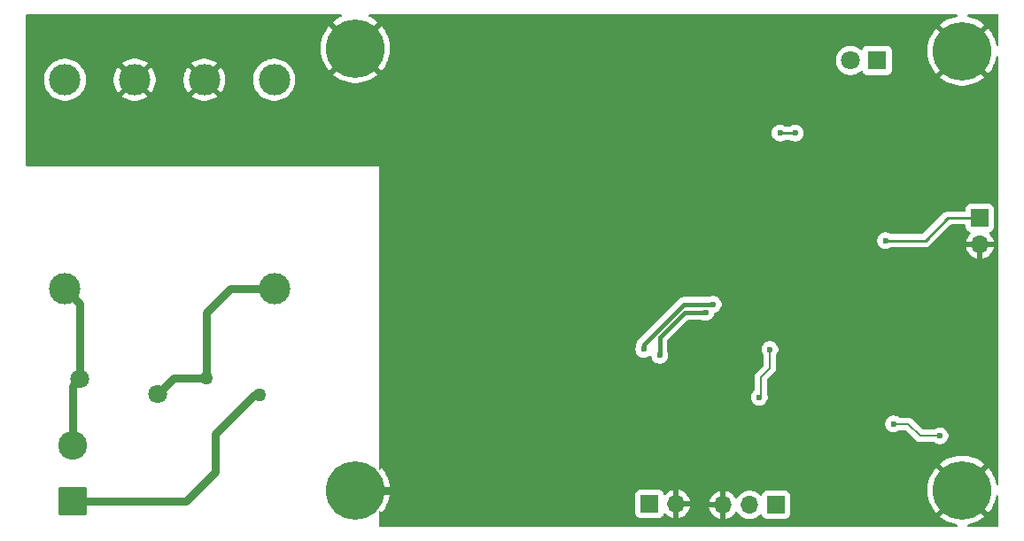
<source format=gbr>
%TF.GenerationSoftware,KiCad,Pcbnew,9.0.0*%
%TF.CreationDate,2025-04-27T17:39:42+02:00*%
%TF.ProjectId,RIAA_preamp,52494141-5f70-4726-9561-6d702e6b6963,rev?*%
%TF.SameCoordinates,Original*%
%TF.FileFunction,Copper,L2,Bot*%
%TF.FilePolarity,Positive*%
%FSLAX46Y46*%
G04 Gerber Fmt 4.6, Leading zero omitted, Abs format (unit mm)*
G04 Created by KiCad (PCBNEW 9.0.0) date 2025-04-27 17:39:42*
%MOMM*%
%LPD*%
G01*
G04 APERTURE LIST*
G04 Aperture macros list*
%AMRoundRect*
0 Rectangle with rounded corners*
0 $1 Rounding radius*
0 $2 $3 $4 $5 $6 $7 $8 $9 X,Y pos of 4 corners*
0 Add a 4 corners polygon primitive as box body*
4,1,4,$2,$3,$4,$5,$6,$7,$8,$9,$2,$3,0*
0 Add four circle primitives for the rounded corners*
1,1,$1+$1,$2,$3*
1,1,$1+$1,$4,$5*
1,1,$1+$1,$6,$7*
1,1,$1+$1,$8,$9*
0 Add four rect primitives between the rounded corners*
20,1,$1+$1,$2,$3,$4,$5,0*
20,1,$1+$1,$4,$5,$6,$7,0*
20,1,$1+$1,$6,$7,$8,$9,0*
20,1,$1+$1,$8,$9,$2,$3,0*%
G04 Aperture macros list end*
%TA.AperFunction,ComponentPad*%
%ADD10C,5.600000*%
%TD*%
%TA.AperFunction,ComponentPad*%
%ADD11C,1.800000*%
%TD*%
%TA.AperFunction,ComponentPad*%
%ADD12R,1.800000X1.800000*%
%TD*%
%TA.AperFunction,ComponentPad*%
%ADD13RoundRect,0.250000X1.125000X-1.125000X1.125000X1.125000X-1.125000X1.125000X-1.125000X-1.125000X0*%
%TD*%
%TA.AperFunction,ComponentPad*%
%ADD14C,2.750000*%
%TD*%
%TA.AperFunction,ComponentPad*%
%ADD15R,1.700000X1.700000*%
%TD*%
%TA.AperFunction,ComponentPad*%
%ADD16O,1.700000X1.700000*%
%TD*%
%TA.AperFunction,ComponentPad*%
%ADD17C,3.000000*%
%TD*%
%TA.AperFunction,ComponentPad*%
%ADD18C,1.270000*%
%TD*%
%TA.AperFunction,ViaPad*%
%ADD19C,0.600000*%
%TD*%
%TA.AperFunction,Conductor*%
%ADD20C,0.800000*%
%TD*%
%TA.AperFunction,Conductor*%
%ADD21C,0.200000*%
%TD*%
%TA.AperFunction,Conductor*%
%ADD22C,0.400000*%
%TD*%
%TA.AperFunction,Conductor*%
%ADD23C,0.250000*%
%TD*%
G04 APERTURE END LIST*
D10*
%TO.P,H2,1,1*%
%TO.N,GND*%
X106500000Y-81700000D03*
%TD*%
D11*
%TO.P,RV1,1*%
%TO.N,Net-(F1-Pad2)*%
X87648000Y-72494000D03*
%TO.P,RV1,2*%
%TO.N,NEUT*%
X80148000Y-71094000D03*
%TD*%
D12*
%TO.P,D5,1,K*%
%TO.N,-15V*%
X156375000Y-40600000D03*
D11*
%TO.P,D5,2,A*%
%TO.N,Net-(D5-A)*%
X153835000Y-40600000D03*
%TD*%
D10*
%TO.P,H1,1,1*%
%TO.N,GND*%
X106500000Y-39450000D03*
%TD*%
%TO.P,H4,1,1*%
%TO.N,GND*%
X164500000Y-81700000D03*
%TD*%
%TO.P,H3,1,1*%
%TO.N,GND*%
X164500000Y-39700000D03*
%TD*%
D13*
%TO.P,J4,1,Pin_1*%
%TO.N,LINE*%
X79509000Y-82782000D03*
D14*
%TO.P,J4,2,Pin_2*%
%TO.N,NEUT*%
X79509000Y-77382000D03*
%TD*%
D15*
%TO.P,J2,1,Pin_1*%
%TO.N,/Right/IN*%
X134625000Y-83000000D03*
D16*
%TO.P,J2,2,Pin_2*%
%TO.N,GND*%
X137165000Y-83000000D03*
%TD*%
D17*
%TO.P,T1,1*%
%TO.N,NEUT*%
X78750000Y-62450000D03*
%TO.P,T1,5*%
%TO.N,Net-(F1-Pad2)*%
X98750000Y-62450000D03*
%TO.P,T1,6*%
%TO.N,Net-(D1-Pad2)*%
X98750000Y-42450000D03*
%TO.P,T1,7*%
%TO.N,GND*%
X92083333Y-42450000D03*
%TO.P,T1,9*%
X85416667Y-42450000D03*
%TO.P,T1,10*%
%TO.N,Net-(C25-Pad2)*%
X78750000Y-42450000D03*
%TD*%
D18*
%TO.P,F1,1*%
%TO.N,LINE*%
X97370000Y-72594000D03*
%TO.P,F1,2*%
%TO.N,Net-(F1-Pad2)*%
X92270000Y-70994000D03*
%TD*%
D15*
%TO.P,J1,1,Pin_1*%
%TO.N,/Left/IN*%
X166200000Y-55660000D03*
D16*
%TO.P,J1,2,Pin_2*%
%TO.N,GND*%
X166200000Y-58200000D03*
%TD*%
D15*
%TO.P,J3,1,Pin_1*%
%TO.N,/OUTL*%
X146725000Y-83100000D03*
D16*
%TO.P,J3,2,Pin_2*%
%TO.N,/OUTR*%
X144185000Y-83100000D03*
%TO.P,J3,3,Pin_3*%
%TO.N,GND*%
X141645000Y-83100000D03*
%TD*%
D19*
%TO.N,GND*%
X118600000Y-81400000D03*
X118700000Y-70400000D03*
X127500000Y-73100000D03*
X129400000Y-71200000D03*
X146000000Y-52100000D03*
X148700000Y-49100000D03*
X160000000Y-49500000D03*
X156800000Y-49400000D03*
X153600000Y-49400000D03*
X158600000Y-64600000D03*
X154000000Y-72300000D03*
X135400000Y-71200000D03*
X129000000Y-66400000D03*
X123100000Y-66300000D03*
X135600000Y-64400000D03*
X131300000Y-53000000D03*
X135500000Y-53100000D03*
X138100000Y-39200000D03*
X134300000Y-38900000D03*
X127500000Y-52800000D03*
X122600000Y-52800000D03*
X118100000Y-52800000D03*
X113200000Y-52800000D03*
X112400000Y-48600000D03*
X103900000Y-45400000D03*
X77200000Y-49300000D03*
X98200000Y-49200000D03*
X126700000Y-77000000D03*
X139397000Y-77001000D03*
X153367000Y-57062000D03*
X141302000Y-53633000D03*
X162005000Y-66144000D03*
X148795000Y-54268000D03*
X122760000Y-82589000D03*
X155000000Y-62900000D03*
X137365000Y-57316000D03*
X126844000Y-38500000D03*
X127078000Y-58840000D03*
X113616000Y-58840000D03*
X113870000Y-38520000D03*
X135714000Y-49950000D03*
X139778000Y-43727000D03*
X117680000Y-38520000D03*
X142699000Y-65698000D03*
X142064000Y-43473000D03*
X122760000Y-58840000D03*
X136984000Y-68111000D03*
X146255000Y-43346000D03*
X162110000Y-64390000D03*
X159336000Y-78652000D03*
X130380000Y-80557000D03*
X133174000Y-57443000D03*
X132260000Y-67180000D03*
X149811000Y-60745000D03*
X153367000Y-69762000D03*
X117680000Y-58840000D03*
X137238000Y-37504000D03*
X135333000Y-57570000D03*
X123014000Y-38520000D03*
X131015000Y-57570000D03*
X146382000Y-71921000D03*
X123268000Y-81700000D03*
X141429000Y-44870000D03*
X126824000Y-80684000D03*
X165051000Y-71921000D03*
X148160000Y-53252000D03*
X135930000Y-73440000D03*
X144223000Y-43346000D03*
%TO.N,Net-(C28-Pad1)*%
X145112000Y-72810000D03*
X146128000Y-68238000D03*
%TO.N,-15V*%
X140705000Y-63920000D03*
X134063000Y-68220000D03*
%TO.N,+15V*%
X140000000Y-64700000D03*
X148541000Y-47537000D03*
X147100000Y-47537000D03*
X135600000Y-68800000D03*
%TO.N,Net-(C39-Pad1)*%
X157939000Y-75350000D03*
X162384000Y-76493000D03*
%TO.N,/Left/IN*%
X157177000Y-57824000D03*
%TD*%
D20*
%TO.N,GND*%
X106500000Y-81700000D02*
X112200000Y-81700000D01*
D21*
%TO.N,Net-(C28-Pad1)*%
X145239000Y-72683000D02*
X145112000Y-72810000D01*
X145239000Y-70905000D02*
X145239000Y-72683000D01*
X146128000Y-70016000D02*
X145239000Y-70905000D01*
X146128000Y-68238000D02*
X146128000Y-70016000D01*
D22*
%TO.N,-15V*%
X134063000Y-67773000D02*
X137916000Y-63920000D01*
X137916000Y-63920000D02*
X140705000Y-63920000D01*
X134063000Y-68220000D02*
X134063000Y-67773000D01*
%TO.N,+15V*%
X135600000Y-67100000D02*
X135600000Y-68800000D01*
X140000000Y-64700000D02*
X138000000Y-64700000D01*
D23*
X147100000Y-47537000D02*
X148541000Y-47537000D01*
D22*
X138000000Y-64700000D02*
X135600000Y-67100000D01*
D20*
%TO.N,Net-(F1-Pad2)*%
X92270000Y-70994000D02*
X89148000Y-70994000D01*
X98750000Y-62450000D02*
X94550000Y-62450000D01*
X94550000Y-62450000D02*
X92270000Y-64730000D01*
X89148000Y-70994000D02*
X87648000Y-72494000D01*
X92270000Y-64730000D02*
X92270000Y-70994000D01*
%TO.N,LINE*%
X96806000Y-72594000D02*
X97370000Y-72594000D01*
X93100000Y-76300000D02*
X96806000Y-72594000D01*
X90309000Y-82782000D02*
X93100000Y-79991000D01*
X93100000Y-79991000D02*
X93100000Y-76300000D01*
X79509000Y-82782000D02*
X90309000Y-82782000D01*
%TO.N,NEUT*%
X80148000Y-63848000D02*
X78750000Y-62450000D01*
X80148000Y-71094000D02*
X80148000Y-63848000D01*
X79509000Y-77382000D02*
X79509000Y-71733000D01*
X79509000Y-71733000D02*
X80148000Y-71094000D01*
D21*
%TO.N,Net-(C39-Pad1)*%
X157939000Y-75350000D02*
X159336000Y-75350000D01*
X159336000Y-75350000D02*
X160479000Y-76493000D01*
X160479000Y-76493000D02*
X162384000Y-76493000D01*
D23*
%TO.N,/Left/IN*%
X163151000Y-55660000D02*
X166200000Y-55660000D01*
X157177000Y-57824000D02*
X160987000Y-57824000D01*
X160987000Y-57824000D02*
X163151000Y-55660000D01*
%TD*%
%TA.AperFunction,Conductor*%
%TO.N,GND*%
G36*
X105165320Y-36220185D02*
G01*
X105211075Y-36272989D01*
X105221019Y-36342147D01*
X105191994Y-36405703D01*
X105145733Y-36439061D01*
X105087371Y-36463235D01*
X105087359Y-36463240D01*
X104801419Y-36616079D01*
X104801401Y-36616090D01*
X104531829Y-36796212D01*
X104531815Y-36796222D01*
X104349444Y-36945890D01*
X104349443Y-36945891D01*
X105559301Y-38155748D01*
X105457670Y-38229588D01*
X105279588Y-38407670D01*
X105205748Y-38509301D01*
X103995891Y-37299443D01*
X103995890Y-37299444D01*
X103846222Y-37481815D01*
X103846212Y-37481829D01*
X103666090Y-37751401D01*
X103666079Y-37751419D01*
X103513240Y-38037359D01*
X103513238Y-38037364D01*
X103389157Y-38336921D01*
X103295033Y-38647207D01*
X103295030Y-38647218D01*
X103231782Y-38965198D01*
X103231779Y-38965215D01*
X103200000Y-39287884D01*
X103200000Y-39612115D01*
X103231779Y-39934784D01*
X103231782Y-39934801D01*
X103295030Y-40252781D01*
X103295033Y-40252792D01*
X103389157Y-40563078D01*
X103513238Y-40862635D01*
X103513240Y-40862640D01*
X103666079Y-41148580D01*
X103666090Y-41148598D01*
X103846212Y-41418170D01*
X103846222Y-41418184D01*
X103995890Y-41600554D01*
X103995891Y-41600555D01*
X105205748Y-40390698D01*
X105279588Y-40492330D01*
X105457670Y-40670412D01*
X105559300Y-40744251D01*
X104349443Y-41954107D01*
X104349444Y-41954108D01*
X104531815Y-42103777D01*
X104531829Y-42103787D01*
X104801401Y-42283909D01*
X104801419Y-42283920D01*
X105087359Y-42436759D01*
X105087364Y-42436761D01*
X105386921Y-42560842D01*
X105697207Y-42654966D01*
X105697218Y-42654969D01*
X106015198Y-42718217D01*
X106015215Y-42718220D01*
X106337884Y-42750000D01*
X106662116Y-42750000D01*
X106984784Y-42718220D01*
X106984801Y-42718217D01*
X107302781Y-42654969D01*
X107302792Y-42654966D01*
X107613078Y-42560842D01*
X107912635Y-42436761D01*
X107912640Y-42436759D01*
X108198580Y-42283920D01*
X108198598Y-42283909D01*
X108468170Y-42103787D01*
X108468183Y-42103777D01*
X108522209Y-42059440D01*
X108650554Y-41954108D01*
X108650554Y-41954107D01*
X107440698Y-40744251D01*
X107542330Y-40670412D01*
X107720412Y-40492330D01*
X107794251Y-40390698D01*
X109004107Y-41600554D01*
X109004108Y-41600554D01*
X109153777Y-41418183D01*
X109153787Y-41418170D01*
X109333909Y-41148598D01*
X109333920Y-41148580D01*
X109486759Y-40862640D01*
X109486761Y-40862635D01*
X109610842Y-40563078D01*
X109633077Y-40489778D01*
X152434500Y-40489778D01*
X152434500Y-40710222D01*
X152450791Y-40813078D01*
X152468985Y-40927952D01*
X152537103Y-41137603D01*
X152537104Y-41137606D01*
X152637187Y-41334025D01*
X152766752Y-41512358D01*
X152766756Y-41512363D01*
X152922636Y-41668243D01*
X152922641Y-41668247D01*
X153024606Y-41742328D01*
X153100978Y-41797815D01*
X153229375Y-41863237D01*
X153297393Y-41897895D01*
X153297396Y-41897896D01*
X153402221Y-41931955D01*
X153507049Y-41966015D01*
X153724778Y-42000500D01*
X153724779Y-42000500D01*
X153945221Y-42000500D01*
X153945222Y-42000500D01*
X154162951Y-41966015D01*
X154372606Y-41897895D01*
X154569022Y-41797815D01*
X154747365Y-41668242D01*
X154797536Y-41618070D01*
X154858857Y-41584586D01*
X154928548Y-41589570D01*
X154984482Y-41631441D01*
X155001398Y-41662419D01*
X155031202Y-41742328D01*
X155031206Y-41742335D01*
X155117452Y-41857544D01*
X155117455Y-41857547D01*
X155232664Y-41943793D01*
X155232671Y-41943797D01*
X155367517Y-41994091D01*
X155367516Y-41994091D01*
X155374444Y-41994835D01*
X155427127Y-42000500D01*
X157322872Y-42000499D01*
X157382483Y-41994091D01*
X157517331Y-41943796D01*
X157632546Y-41857546D01*
X157718796Y-41742331D01*
X157769091Y-41607483D01*
X157775500Y-41547873D01*
X157775499Y-39652128D01*
X157769091Y-39592517D01*
X157718796Y-39457669D01*
X157718795Y-39457668D01*
X157718793Y-39457664D01*
X157632547Y-39342455D01*
X157632544Y-39342452D01*
X157517335Y-39256206D01*
X157517328Y-39256202D01*
X157382482Y-39205908D01*
X157382483Y-39205908D01*
X157322883Y-39199501D01*
X157322881Y-39199500D01*
X157322873Y-39199500D01*
X157322864Y-39199500D01*
X155427129Y-39199500D01*
X155427123Y-39199501D01*
X155367516Y-39205908D01*
X155232671Y-39256202D01*
X155232664Y-39256206D01*
X155117455Y-39342452D01*
X155117452Y-39342455D01*
X155031206Y-39457664D01*
X155031203Y-39457669D01*
X155001398Y-39537581D01*
X154959526Y-39593514D01*
X154894062Y-39617931D01*
X154825789Y-39603079D01*
X154797535Y-39581928D01*
X154747363Y-39531756D01*
X154747358Y-39531752D01*
X154569025Y-39402187D01*
X154569024Y-39402186D01*
X154569022Y-39402185D01*
X154506096Y-39370122D01*
X154372606Y-39302104D01*
X154372603Y-39302103D01*
X154162952Y-39233985D01*
X154028260Y-39212652D01*
X153945222Y-39199500D01*
X153724778Y-39199500D01*
X153652201Y-39210995D01*
X153507047Y-39233985D01*
X153297396Y-39302103D01*
X153297393Y-39302104D01*
X153100974Y-39402187D01*
X152922641Y-39531752D01*
X152922636Y-39531756D01*
X152766756Y-39687636D01*
X152766752Y-39687641D01*
X152637187Y-39865974D01*
X152537104Y-40062393D01*
X152537103Y-40062396D01*
X152468985Y-40272047D01*
X152466366Y-40288583D01*
X152434500Y-40489778D01*
X109633077Y-40489778D01*
X109645474Y-40448911D01*
X109704966Y-40252792D01*
X109704969Y-40252781D01*
X109768217Y-39934801D01*
X109768220Y-39934784D01*
X109800000Y-39612115D01*
X109800000Y-39287884D01*
X109768220Y-38965215D01*
X109768217Y-38965198D01*
X109704969Y-38647218D01*
X109704966Y-38647207D01*
X109610842Y-38336921D01*
X109486761Y-38037364D01*
X109486759Y-38037359D01*
X109333920Y-37751419D01*
X109333909Y-37751401D01*
X109153787Y-37481829D01*
X109153777Y-37481815D01*
X109004108Y-37299444D01*
X109004107Y-37299443D01*
X107794250Y-38509300D01*
X107720412Y-38407670D01*
X107542330Y-38229588D01*
X107440697Y-38155747D01*
X108650555Y-36945891D01*
X108650554Y-36945890D01*
X108468184Y-36796222D01*
X108468170Y-36796212D01*
X108198598Y-36616090D01*
X108198580Y-36616079D01*
X107912640Y-36463240D01*
X107912628Y-36463235D01*
X107854267Y-36439061D01*
X107799863Y-36395220D01*
X107777798Y-36328926D01*
X107795077Y-36261227D01*
X107846214Y-36213616D01*
X107901719Y-36200500D01*
X163918939Y-36200500D01*
X163985978Y-36220185D01*
X164031733Y-36272989D01*
X164041677Y-36342147D01*
X164012652Y-36405703D01*
X163953874Y-36443477D01*
X163943130Y-36446117D01*
X163697218Y-36495030D01*
X163697207Y-36495033D01*
X163386921Y-36589157D01*
X163087364Y-36713238D01*
X163087359Y-36713240D01*
X162801419Y-36866079D01*
X162801401Y-36866090D01*
X162531829Y-37046212D01*
X162531815Y-37046222D01*
X162349444Y-37195890D01*
X162349443Y-37195891D01*
X163559301Y-38405748D01*
X163457670Y-38479588D01*
X163279588Y-38657670D01*
X163205748Y-38759301D01*
X161995891Y-37549443D01*
X161995890Y-37549444D01*
X161846222Y-37731815D01*
X161846212Y-37731829D01*
X161666090Y-38001401D01*
X161666079Y-38001419D01*
X161513240Y-38287359D01*
X161513238Y-38287364D01*
X161389157Y-38586921D01*
X161295033Y-38897207D01*
X161295030Y-38897218D01*
X161231782Y-39215198D01*
X161231779Y-39215215D01*
X161200000Y-39537884D01*
X161200000Y-39862115D01*
X161231779Y-40184784D01*
X161231782Y-40184801D01*
X161295030Y-40502781D01*
X161295033Y-40502792D01*
X161389157Y-40813078D01*
X161513238Y-41112635D01*
X161513240Y-41112640D01*
X161666079Y-41398580D01*
X161666090Y-41398598D01*
X161846212Y-41668170D01*
X161846222Y-41668184D01*
X161995890Y-41850554D01*
X161995891Y-41850555D01*
X163205748Y-40640698D01*
X163279588Y-40742330D01*
X163457670Y-40920412D01*
X163559300Y-40994251D01*
X162349443Y-42204107D01*
X162349444Y-42204108D01*
X162531815Y-42353777D01*
X162531829Y-42353787D01*
X162801401Y-42533909D01*
X162801419Y-42533920D01*
X163087359Y-42686759D01*
X163087364Y-42686761D01*
X163386921Y-42810842D01*
X163697207Y-42904966D01*
X163697218Y-42904969D01*
X164015198Y-42968217D01*
X164015215Y-42968220D01*
X164337884Y-43000000D01*
X164662116Y-43000000D01*
X164984784Y-42968220D01*
X164984801Y-42968217D01*
X165302781Y-42904969D01*
X165302792Y-42904966D01*
X165613078Y-42810842D01*
X165912635Y-42686761D01*
X165912640Y-42686759D01*
X166198580Y-42533920D01*
X166198598Y-42533909D01*
X166468170Y-42353787D01*
X166468183Y-42353777D01*
X166650554Y-42204108D01*
X166650554Y-42204107D01*
X165440698Y-40994251D01*
X165542330Y-40920412D01*
X165720412Y-40742330D01*
X165794251Y-40640698D01*
X167004107Y-41850554D01*
X167004108Y-41850554D01*
X167153777Y-41668183D01*
X167153787Y-41668170D01*
X167333909Y-41398598D01*
X167333920Y-41398580D01*
X167486759Y-41112640D01*
X167486761Y-41112635D01*
X167610842Y-40813078D01*
X167704966Y-40502792D01*
X167704969Y-40502781D01*
X167753883Y-40256869D01*
X167786267Y-40194958D01*
X167846983Y-40160384D01*
X167916752Y-40164123D01*
X167973425Y-40204989D01*
X167999006Y-40270007D01*
X167999500Y-40281060D01*
X167999500Y-81118939D01*
X167979815Y-81185978D01*
X167927011Y-81231733D01*
X167857853Y-81241677D01*
X167794297Y-81212652D01*
X167756523Y-81153874D01*
X167753883Y-81143130D01*
X167704969Y-80897218D01*
X167704966Y-80897207D01*
X167610842Y-80586921D01*
X167486761Y-80287364D01*
X167486759Y-80287359D01*
X167333920Y-80001419D01*
X167333909Y-80001401D01*
X167153787Y-79731829D01*
X167153777Y-79731815D01*
X167004108Y-79549444D01*
X167004107Y-79549443D01*
X165794250Y-80759300D01*
X165720412Y-80657670D01*
X165542330Y-80479588D01*
X165440697Y-80405747D01*
X166650555Y-79195891D01*
X166650554Y-79195890D01*
X166468184Y-79046222D01*
X166468170Y-79046212D01*
X166198598Y-78866090D01*
X166198580Y-78866079D01*
X165912640Y-78713240D01*
X165912635Y-78713238D01*
X165613078Y-78589157D01*
X165302792Y-78495033D01*
X165302781Y-78495030D01*
X164984801Y-78431782D01*
X164984784Y-78431779D01*
X164662116Y-78400000D01*
X164337884Y-78400000D01*
X164015215Y-78431779D01*
X164015198Y-78431782D01*
X163697218Y-78495030D01*
X163697207Y-78495033D01*
X163386921Y-78589157D01*
X163087364Y-78713238D01*
X163087359Y-78713240D01*
X162801419Y-78866079D01*
X162801401Y-78866090D01*
X162531829Y-79046212D01*
X162531815Y-79046222D01*
X162349444Y-79195890D01*
X162349443Y-79195891D01*
X163559301Y-80405748D01*
X163457670Y-80479588D01*
X163279588Y-80657670D01*
X163205748Y-80759301D01*
X161995891Y-79549443D01*
X161995890Y-79549444D01*
X161846222Y-79731815D01*
X161846212Y-79731829D01*
X161666090Y-80001401D01*
X161666079Y-80001419D01*
X161513240Y-80287359D01*
X161513238Y-80287364D01*
X161389157Y-80586921D01*
X161295033Y-80897207D01*
X161295030Y-80897218D01*
X161231782Y-81215198D01*
X161231779Y-81215215D01*
X161200000Y-81537884D01*
X161200000Y-81862115D01*
X161231779Y-82184784D01*
X161231782Y-82184801D01*
X161295030Y-82502781D01*
X161295033Y-82502792D01*
X161389157Y-82813078D01*
X161513238Y-83112635D01*
X161513240Y-83112640D01*
X161666079Y-83398580D01*
X161666090Y-83398598D01*
X161846212Y-83668170D01*
X161846222Y-83668184D01*
X161995890Y-83850554D01*
X161995891Y-83850555D01*
X163205748Y-82640698D01*
X163279588Y-82742330D01*
X163457670Y-82920412D01*
X163559300Y-82994251D01*
X162349443Y-84204107D01*
X162349444Y-84204108D01*
X162531815Y-84353777D01*
X162531829Y-84353787D01*
X162801401Y-84533909D01*
X162801419Y-84533920D01*
X163087359Y-84686759D01*
X163087364Y-84686761D01*
X163386921Y-84810842D01*
X163697207Y-84904966D01*
X163697218Y-84904969D01*
X163943130Y-84953883D01*
X164005041Y-84986267D01*
X164039615Y-85046983D01*
X164035876Y-85116753D01*
X163995010Y-85173425D01*
X163929992Y-85199006D01*
X163918939Y-85199500D01*
X108904000Y-85199500D01*
X108836961Y-85179815D01*
X108791206Y-85127011D01*
X108780000Y-85075500D01*
X108780000Y-84270751D01*
X108780000Y-83626447D01*
X109004107Y-83850554D01*
X109004108Y-83850554D01*
X109153777Y-83668183D01*
X109153787Y-83668170D01*
X109333909Y-83398598D01*
X109333920Y-83398580D01*
X109486759Y-83112640D01*
X109486761Y-83112635D01*
X109610842Y-82813078D01*
X109704966Y-82502792D01*
X109704969Y-82502781D01*
X109768217Y-82184801D01*
X109768220Y-82184783D01*
X109776360Y-82102135D01*
X133274500Y-82102135D01*
X133274500Y-83897870D01*
X133274501Y-83897876D01*
X133280908Y-83957483D01*
X133331202Y-84092328D01*
X133331206Y-84092335D01*
X133417452Y-84207544D01*
X133417455Y-84207547D01*
X133532664Y-84293793D01*
X133532671Y-84293797D01*
X133667517Y-84344091D01*
X133667516Y-84344091D01*
X133674444Y-84344835D01*
X133727127Y-84350500D01*
X135522872Y-84350499D01*
X135582483Y-84344091D01*
X135717331Y-84293796D01*
X135832546Y-84207546D01*
X135918796Y-84092331D01*
X135968002Y-83960401D01*
X136009872Y-83904468D01*
X136075337Y-83880050D01*
X136143610Y-83894901D01*
X136171865Y-83916053D01*
X136285535Y-84029723D01*
X136285540Y-84029727D01*
X136457442Y-84154620D01*
X136646782Y-84251095D01*
X136848871Y-84316757D01*
X136915000Y-84327231D01*
X136915000Y-83433012D01*
X136972007Y-83465925D01*
X137099174Y-83500000D01*
X137230826Y-83500000D01*
X137357993Y-83465925D01*
X137415000Y-83433012D01*
X137415000Y-84327230D01*
X137481126Y-84316757D01*
X137481129Y-84316757D01*
X137683217Y-84251095D01*
X137872557Y-84154620D01*
X138044459Y-84029727D01*
X138044464Y-84029723D01*
X138194723Y-83879464D01*
X138194727Y-83879459D01*
X138319620Y-83707557D01*
X138416095Y-83518217D01*
X138481757Y-83316129D01*
X138485336Y-83293536D01*
X138485336Y-83293534D01*
X138492231Y-83250000D01*
X137598012Y-83250000D01*
X137630925Y-83192993D01*
X137665000Y-83065826D01*
X137665000Y-82934174D01*
X137642445Y-82850000D01*
X140317769Y-82850000D01*
X141211988Y-82850000D01*
X141179075Y-82907007D01*
X141145000Y-83034174D01*
X141145000Y-83165826D01*
X141179075Y-83292993D01*
X141211988Y-83350000D01*
X140317769Y-83350000D01*
X140328242Y-83416126D01*
X140328242Y-83416129D01*
X140393904Y-83618217D01*
X140490379Y-83807557D01*
X140615272Y-83979459D01*
X140615276Y-83979464D01*
X140765535Y-84129723D01*
X140765540Y-84129727D01*
X140937442Y-84254620D01*
X141126782Y-84351095D01*
X141328871Y-84416757D01*
X141395000Y-84427231D01*
X141395000Y-83533012D01*
X141452007Y-83565925D01*
X141579174Y-83600000D01*
X141710826Y-83600000D01*
X141837993Y-83565925D01*
X141895000Y-83533012D01*
X141895000Y-84427230D01*
X141961126Y-84416757D01*
X141961129Y-84416757D01*
X142163217Y-84351095D01*
X142352557Y-84254620D01*
X142524459Y-84129727D01*
X142524464Y-84129723D01*
X142674723Y-83979464D01*
X142674727Y-83979459D01*
X142799620Y-83807558D01*
X142804232Y-83798507D01*
X142852205Y-83747709D01*
X142920025Y-83730912D01*
X142986161Y-83753447D01*
X143025204Y-83798504D01*
X143029949Y-83807817D01*
X143154890Y-83979786D01*
X143305213Y-84130109D01*
X143477179Y-84255048D01*
X143477181Y-84255049D01*
X143477184Y-84255051D01*
X143666588Y-84351557D01*
X143868757Y-84417246D01*
X144078713Y-84450500D01*
X144078714Y-84450500D01*
X144291286Y-84450500D01*
X144291287Y-84450500D01*
X144501243Y-84417246D01*
X144703412Y-84351557D01*
X144892816Y-84255051D01*
X144958200Y-84207547D01*
X145064784Y-84130110D01*
X145064784Y-84130109D01*
X145064792Y-84130104D01*
X145178329Y-84016566D01*
X145239648Y-83983084D01*
X145309340Y-83988068D01*
X145365274Y-84029939D01*
X145382189Y-84060917D01*
X145431202Y-84192328D01*
X145431206Y-84192335D01*
X145517452Y-84307544D01*
X145517455Y-84307547D01*
X145632664Y-84393793D01*
X145632671Y-84393797D01*
X145767517Y-84444091D01*
X145767516Y-84444091D01*
X145774444Y-84444835D01*
X145827127Y-84450500D01*
X147622872Y-84450499D01*
X147682483Y-84444091D01*
X147817331Y-84393796D01*
X147932546Y-84307546D01*
X148018796Y-84192331D01*
X148069091Y-84057483D01*
X148075500Y-83997873D01*
X148075499Y-82202128D01*
X148069091Y-82142517D01*
X148067810Y-82139083D01*
X148018797Y-82007671D01*
X148018793Y-82007664D01*
X147932547Y-81892455D01*
X147932544Y-81892452D01*
X147817335Y-81806206D01*
X147817328Y-81806202D01*
X147682482Y-81755908D01*
X147682483Y-81755908D01*
X147622883Y-81749501D01*
X147622881Y-81749500D01*
X147622873Y-81749500D01*
X147622864Y-81749500D01*
X145827129Y-81749500D01*
X145827123Y-81749501D01*
X145767516Y-81755908D01*
X145632671Y-81806202D01*
X145632664Y-81806206D01*
X145517455Y-81892452D01*
X145517452Y-81892455D01*
X145431206Y-82007664D01*
X145431203Y-82007669D01*
X145382189Y-82139083D01*
X145340317Y-82195016D01*
X145274853Y-82219433D01*
X145206580Y-82204581D01*
X145178326Y-82183430D01*
X145064786Y-82069890D01*
X144892820Y-81944951D01*
X144703414Y-81848444D01*
X144703413Y-81848443D01*
X144703412Y-81848443D01*
X144501243Y-81782754D01*
X144501241Y-81782753D01*
X144501240Y-81782753D01*
X144339957Y-81757208D01*
X144291287Y-81749500D01*
X144078713Y-81749500D01*
X144030042Y-81757208D01*
X143868760Y-81782753D01*
X143666585Y-81848444D01*
X143477179Y-81944951D01*
X143305213Y-82069890D01*
X143154890Y-82220213D01*
X143029949Y-82392182D01*
X143025202Y-82401499D01*
X142977227Y-82452293D01*
X142909405Y-82469087D01*
X142843271Y-82446548D01*
X142804234Y-82401495D01*
X142799622Y-82392444D01*
X142674727Y-82220540D01*
X142674723Y-82220535D01*
X142524464Y-82070276D01*
X142524459Y-82070272D01*
X142352557Y-81945379D01*
X142163215Y-81848903D01*
X141961124Y-81783241D01*
X141895000Y-81772768D01*
X141895000Y-82666988D01*
X141837993Y-82634075D01*
X141710826Y-82600000D01*
X141579174Y-82600000D01*
X141452007Y-82634075D01*
X141395000Y-82666988D01*
X141395000Y-81772768D01*
X141394999Y-81772768D01*
X141328875Y-81783241D01*
X141126784Y-81848903D01*
X140937442Y-81945379D01*
X140765540Y-82070272D01*
X140765535Y-82070276D01*
X140615276Y-82220535D01*
X140615272Y-82220540D01*
X140490379Y-82392442D01*
X140393904Y-82581782D01*
X140328242Y-82783870D01*
X140328242Y-82783873D01*
X140317769Y-82850000D01*
X137642445Y-82850000D01*
X137630925Y-82807007D01*
X137598012Y-82750000D01*
X138492231Y-82750000D01*
X138481757Y-82683873D01*
X138481757Y-82683870D01*
X138416095Y-82481782D01*
X138319620Y-82292442D01*
X138194727Y-82120540D01*
X138194723Y-82120535D01*
X138044464Y-81970276D01*
X138044459Y-81970272D01*
X137872557Y-81845379D01*
X137683215Y-81748903D01*
X137481124Y-81683241D01*
X137415000Y-81672768D01*
X137415000Y-82566988D01*
X137357993Y-82534075D01*
X137230826Y-82500000D01*
X137099174Y-82500000D01*
X136972007Y-82534075D01*
X136915000Y-82566988D01*
X136915000Y-81672768D01*
X136914999Y-81672768D01*
X136848875Y-81683241D01*
X136646784Y-81748903D01*
X136457442Y-81845379D01*
X136285541Y-81970271D01*
X136171865Y-82083947D01*
X136110542Y-82117431D01*
X136040850Y-82112447D01*
X135984917Y-82070575D01*
X135968002Y-82039598D01*
X135956093Y-82007669D01*
X135918796Y-81907669D01*
X135918795Y-81907668D01*
X135918793Y-81907664D01*
X135832547Y-81792455D01*
X135832544Y-81792452D01*
X135717335Y-81706206D01*
X135717328Y-81706202D01*
X135582482Y-81655908D01*
X135522883Y-81649501D01*
X135522881Y-81649500D01*
X135522873Y-81649500D01*
X135522864Y-81649500D01*
X133727129Y-81649500D01*
X133727123Y-81649501D01*
X133667516Y-81655908D01*
X133532671Y-81706202D01*
X133532664Y-81706206D01*
X133417455Y-81792452D01*
X133417452Y-81792455D01*
X133331206Y-81907664D01*
X133331202Y-81907671D01*
X133280908Y-82042517D01*
X133274501Y-82102116D01*
X133274500Y-82102135D01*
X109776360Y-82102135D01*
X109777885Y-82086653D01*
X109777885Y-82086652D01*
X109800000Y-81862115D01*
X109800000Y-81537884D01*
X109768220Y-81215215D01*
X109768217Y-81215198D01*
X109704969Y-80897218D01*
X109704966Y-80897207D01*
X109610842Y-80586921D01*
X109486761Y-80287364D01*
X109486759Y-80287359D01*
X109333920Y-80001419D01*
X109333909Y-80001401D01*
X109153787Y-79731829D01*
X109153777Y-79731815D01*
X109004108Y-79549444D01*
X109004107Y-79549443D01*
X108780000Y-79773550D01*
X108780000Y-75271153D01*
X157138500Y-75271153D01*
X157138500Y-75428846D01*
X157169261Y-75583489D01*
X157169264Y-75583501D01*
X157229602Y-75729172D01*
X157229609Y-75729185D01*
X157317210Y-75860288D01*
X157317213Y-75860292D01*
X157428707Y-75971786D01*
X157428711Y-75971789D01*
X157559814Y-76059390D01*
X157559827Y-76059397D01*
X157691220Y-76113821D01*
X157705503Y-76119737D01*
X157840592Y-76146608D01*
X157860153Y-76150499D01*
X157860156Y-76150500D01*
X157860158Y-76150500D01*
X158017844Y-76150500D01*
X158017845Y-76150499D01*
X158172497Y-76119737D01*
X158318179Y-76059394D01*
X158399307Y-76005186D01*
X158449875Y-75971398D01*
X158516553Y-75950520D01*
X158518766Y-75950500D01*
X159035903Y-75950500D01*
X159102942Y-75970185D01*
X159123584Y-75986819D01*
X159994139Y-76857374D01*
X159994149Y-76857385D01*
X159998479Y-76861715D01*
X159998480Y-76861716D01*
X160110284Y-76973520D01*
X160182690Y-77015323D01*
X160247215Y-77052577D01*
X160399943Y-77093500D01*
X161804234Y-77093500D01*
X161871273Y-77113185D01*
X161873125Y-77114398D01*
X162004814Y-77202390D01*
X162004827Y-77202397D01*
X162141657Y-77259073D01*
X162150503Y-77262737D01*
X162305153Y-77293499D01*
X162305156Y-77293500D01*
X162305158Y-77293500D01*
X162462844Y-77293500D01*
X162462845Y-77293499D01*
X162617497Y-77262737D01*
X162763179Y-77202394D01*
X162894289Y-77114789D01*
X163005789Y-77003289D01*
X163093394Y-76872179D01*
X163153737Y-76726497D01*
X163184500Y-76571842D01*
X163184500Y-76414158D01*
X163184500Y-76414155D01*
X163184499Y-76414153D01*
X163153738Y-76259510D01*
X163153737Y-76259503D01*
X163133775Y-76211309D01*
X163093397Y-76113827D01*
X163093390Y-76113814D01*
X163005789Y-75982711D01*
X163005786Y-75982707D01*
X162894292Y-75871213D01*
X162894288Y-75871210D01*
X162763185Y-75783609D01*
X162763172Y-75783602D01*
X162617501Y-75723264D01*
X162617489Y-75723261D01*
X162462845Y-75692500D01*
X162462842Y-75692500D01*
X162305158Y-75692500D01*
X162305155Y-75692500D01*
X162150510Y-75723261D01*
X162150498Y-75723264D01*
X162004827Y-75783602D01*
X162004814Y-75783609D01*
X161873125Y-75871602D01*
X161806447Y-75892480D01*
X161804234Y-75892500D01*
X160779097Y-75892500D01*
X160712058Y-75872815D01*
X160691416Y-75856181D01*
X159823590Y-74988355D01*
X159823588Y-74988352D01*
X159704717Y-74869481D01*
X159704716Y-74869480D01*
X159617904Y-74819360D01*
X159617904Y-74819359D01*
X159617900Y-74819358D01*
X159567785Y-74790423D01*
X159415057Y-74749499D01*
X159256943Y-74749499D01*
X159249347Y-74749499D01*
X159249331Y-74749500D01*
X158518766Y-74749500D01*
X158451727Y-74729815D01*
X158449875Y-74728602D01*
X158318185Y-74640609D01*
X158318172Y-74640602D01*
X158172501Y-74580264D01*
X158172489Y-74580261D01*
X158017845Y-74549500D01*
X158017842Y-74549500D01*
X157860158Y-74549500D01*
X157860155Y-74549500D01*
X157705510Y-74580261D01*
X157705498Y-74580264D01*
X157559827Y-74640602D01*
X157559814Y-74640609D01*
X157428711Y-74728210D01*
X157428707Y-74728213D01*
X157317213Y-74839707D01*
X157317210Y-74839711D01*
X157229609Y-74970814D01*
X157229602Y-74970827D01*
X157169264Y-75116498D01*
X157169261Y-75116510D01*
X157138500Y-75271153D01*
X108780000Y-75271153D01*
X108780000Y-72731153D01*
X144311500Y-72731153D01*
X144311500Y-72888846D01*
X144342261Y-73043489D01*
X144342264Y-73043501D01*
X144402602Y-73189172D01*
X144402609Y-73189185D01*
X144490210Y-73320288D01*
X144490213Y-73320292D01*
X144601707Y-73431786D01*
X144601711Y-73431789D01*
X144732814Y-73519390D01*
X144732827Y-73519397D01*
X144878498Y-73579735D01*
X144878503Y-73579737D01*
X145033153Y-73610499D01*
X145033156Y-73610500D01*
X145033158Y-73610500D01*
X145190844Y-73610500D01*
X145190845Y-73610499D01*
X145345497Y-73579737D01*
X145491179Y-73519394D01*
X145622289Y-73431789D01*
X145733789Y-73320289D01*
X145821394Y-73189179D01*
X145821414Y-73189132D01*
X145881735Y-73043501D01*
X145881737Y-73043497D01*
X145912500Y-72888842D01*
X145912500Y-72731158D01*
X145912500Y-72731155D01*
X145912499Y-72731153D01*
X145881739Y-72576511D01*
X145881736Y-72576501D01*
X145848939Y-72497321D01*
X145839500Y-72449869D01*
X145839500Y-71205096D01*
X145859185Y-71138057D01*
X145875815Y-71117419D01*
X146486506Y-70506727D01*
X146486511Y-70506724D01*
X146496714Y-70496520D01*
X146496716Y-70496520D01*
X146608520Y-70384716D01*
X146660585Y-70294536D01*
X146687577Y-70247785D01*
X146728501Y-70095057D01*
X146728501Y-69936943D01*
X146728501Y-69929348D01*
X146728500Y-69929330D01*
X146728500Y-68817765D01*
X146748185Y-68750726D01*
X146749398Y-68748874D01*
X146837390Y-68617185D01*
X146837390Y-68617184D01*
X146837394Y-68617179D01*
X146897737Y-68471497D01*
X146928500Y-68316842D01*
X146928500Y-68159158D01*
X146928500Y-68159155D01*
X146928499Y-68159153D01*
X146897738Y-68004510D01*
X146897737Y-68004503D01*
X146890279Y-67986498D01*
X146837397Y-67858827D01*
X146837390Y-67858814D01*
X146749789Y-67727711D01*
X146749786Y-67727707D01*
X146638292Y-67616213D01*
X146638288Y-67616210D01*
X146507185Y-67528609D01*
X146507172Y-67528602D01*
X146361501Y-67468264D01*
X146361489Y-67468261D01*
X146206845Y-67437500D01*
X146206842Y-67437500D01*
X146049158Y-67437500D01*
X146049155Y-67437500D01*
X145894510Y-67468261D01*
X145894498Y-67468264D01*
X145748827Y-67528602D01*
X145748814Y-67528609D01*
X145617711Y-67616210D01*
X145617707Y-67616213D01*
X145506213Y-67727707D01*
X145506210Y-67727711D01*
X145418609Y-67858814D01*
X145418602Y-67858827D01*
X145358264Y-68004498D01*
X145358261Y-68004510D01*
X145327500Y-68159153D01*
X145327500Y-68316846D01*
X145358261Y-68471489D01*
X145358264Y-68471501D01*
X145418602Y-68617172D01*
X145418609Y-68617185D01*
X145506602Y-68748874D01*
X145527480Y-68815551D01*
X145527500Y-68817765D01*
X145527500Y-69715902D01*
X145507815Y-69782941D01*
X145491181Y-69803583D01*
X144758481Y-70536282D01*
X144758479Y-70536285D01*
X144745874Y-70558119D01*
X144728178Y-70588769D01*
X144679423Y-70673215D01*
X144638499Y-70825943D01*
X144638499Y-70825945D01*
X144638499Y-70994046D01*
X144638500Y-70994059D01*
X144638500Y-72100059D01*
X144618815Y-72167098D01*
X144602181Y-72187740D01*
X144490213Y-72299707D01*
X144490210Y-72299711D01*
X144402609Y-72430814D01*
X144402602Y-72430827D01*
X144342264Y-72576498D01*
X144342261Y-72576510D01*
X144311500Y-72731153D01*
X108780000Y-72731153D01*
X108780000Y-68141153D01*
X133262500Y-68141153D01*
X133262500Y-68298846D01*
X133293261Y-68453489D01*
X133293264Y-68453501D01*
X133353602Y-68599172D01*
X133353609Y-68599185D01*
X133441210Y-68730288D01*
X133441213Y-68730292D01*
X133552707Y-68841786D01*
X133552711Y-68841789D01*
X133683814Y-68929390D01*
X133683827Y-68929397D01*
X133829498Y-68989735D01*
X133829503Y-68989737D01*
X133984153Y-69020499D01*
X133984156Y-69020500D01*
X133984158Y-69020500D01*
X134141844Y-69020500D01*
X134141845Y-69020499D01*
X134296497Y-68989737D01*
X134442179Y-68929394D01*
X134573289Y-68841789D01*
X134591779Y-68823299D01*
X134653101Y-68789812D01*
X134722793Y-68794795D01*
X134778727Y-68836665D01*
X134801079Y-68886786D01*
X134830261Y-69033491D01*
X134830264Y-69033501D01*
X134890602Y-69179172D01*
X134890609Y-69179185D01*
X134978210Y-69310288D01*
X134978213Y-69310292D01*
X135089707Y-69421786D01*
X135089711Y-69421789D01*
X135220814Y-69509390D01*
X135220827Y-69509397D01*
X135366498Y-69569735D01*
X135366503Y-69569737D01*
X135521153Y-69600499D01*
X135521156Y-69600500D01*
X135521158Y-69600500D01*
X135678844Y-69600500D01*
X135678845Y-69600499D01*
X135833497Y-69569737D01*
X135979179Y-69509394D01*
X136110289Y-69421789D01*
X136221789Y-69310289D01*
X136309394Y-69179179D01*
X136369737Y-69033497D01*
X136400500Y-68878842D01*
X136400500Y-68721158D01*
X136400500Y-68721155D01*
X136400499Y-68721153D01*
X136379817Y-68617179D01*
X136369737Y-68566503D01*
X136330381Y-68471489D01*
X136309939Y-68422136D01*
X136300500Y-68374684D01*
X136300500Y-67441519D01*
X136320185Y-67374480D01*
X136336819Y-67353838D01*
X138253838Y-65436819D01*
X138315161Y-65403334D01*
X138341519Y-65400500D01*
X139574684Y-65400500D01*
X139622136Y-65409939D01*
X139687031Y-65436819D01*
X139766503Y-65469737D01*
X139921153Y-65500499D01*
X139921156Y-65500500D01*
X139921158Y-65500500D01*
X140078844Y-65500500D01*
X140078845Y-65500499D01*
X140233497Y-65469737D01*
X140379179Y-65409394D01*
X140510289Y-65321789D01*
X140621789Y-65210289D01*
X140709394Y-65079179D01*
X140769737Y-64933497D01*
X140797105Y-64795906D01*
X140829489Y-64733997D01*
X140890205Y-64699423D01*
X140894485Y-64698491D01*
X140938497Y-64689737D01*
X141084179Y-64629394D01*
X141215289Y-64541789D01*
X141326789Y-64430289D01*
X141414394Y-64299179D01*
X141474737Y-64153497D01*
X141505500Y-63998842D01*
X141505500Y-63841158D01*
X141505500Y-63841155D01*
X141505499Y-63841153D01*
X141474738Y-63686510D01*
X141474737Y-63686503D01*
X141432832Y-63585334D01*
X141414397Y-63540827D01*
X141414390Y-63540814D01*
X141326789Y-63409711D01*
X141326786Y-63409707D01*
X141215292Y-63298213D01*
X141215288Y-63298210D01*
X141084185Y-63210609D01*
X141084172Y-63210602D01*
X140938501Y-63150264D01*
X140938489Y-63150261D01*
X140783845Y-63119500D01*
X140783842Y-63119500D01*
X140626158Y-63119500D01*
X140626155Y-63119500D01*
X140471510Y-63150261D01*
X140471498Y-63150264D01*
X140327136Y-63210061D01*
X140279684Y-63219500D01*
X137847004Y-63219500D01*
X137711677Y-63246418D01*
X137711667Y-63246421D01*
X137584192Y-63299222D01*
X137469454Y-63375887D01*
X133518887Y-67326454D01*
X133442223Y-67441192D01*
X133389421Y-67568668D01*
X133389421Y-67568669D01*
X133389420Y-67568672D01*
X133374414Y-67644114D01*
X133362500Y-67704007D01*
X133362500Y-67799745D01*
X133362087Y-67804794D01*
X133358777Y-67813397D01*
X133353061Y-67842136D01*
X133293264Y-67986498D01*
X133293261Y-67986510D01*
X133262500Y-68141153D01*
X108780000Y-68141153D01*
X108780000Y-57745153D01*
X156376500Y-57745153D01*
X156376500Y-57902846D01*
X156407261Y-58057489D01*
X156407264Y-58057501D01*
X156467602Y-58203172D01*
X156467609Y-58203185D01*
X156555209Y-58334287D01*
X156555212Y-58334291D01*
X156666707Y-58445786D01*
X156666711Y-58445789D01*
X156797814Y-58533390D01*
X156797827Y-58533397D01*
X156943498Y-58593735D01*
X156943503Y-58593737D01*
X157098153Y-58624499D01*
X157098156Y-58624500D01*
X157098158Y-58624500D01*
X157255844Y-58624500D01*
X157255845Y-58624499D01*
X157410497Y-58593737D01*
X157556179Y-58533394D01*
X157650459Y-58470398D01*
X157717136Y-58449520D01*
X157719350Y-58449500D01*
X161048607Y-58449500D01*
X161109029Y-58437481D01*
X161169452Y-58425463D01*
X161202792Y-58411652D01*
X161283286Y-58378312D01*
X161349169Y-58334289D01*
X161385733Y-58309858D01*
X161472858Y-58222733D01*
X161472859Y-58222731D01*
X161479925Y-58215665D01*
X161479927Y-58215661D01*
X163373771Y-56321819D01*
X163435094Y-56288334D01*
X163461452Y-56285500D01*
X164725501Y-56285500D01*
X164792540Y-56305185D01*
X164838295Y-56357989D01*
X164849501Y-56409500D01*
X164849501Y-56557876D01*
X164855908Y-56617483D01*
X164906202Y-56752328D01*
X164906206Y-56752335D01*
X164992452Y-56867544D01*
X164992455Y-56867547D01*
X165107664Y-56953793D01*
X165107671Y-56953797D01*
X165107674Y-56953798D01*
X165239598Y-57003002D01*
X165295531Y-57044873D01*
X165319949Y-57110337D01*
X165305098Y-57178610D01*
X165283947Y-57206865D01*
X165170271Y-57320541D01*
X165045379Y-57492442D01*
X164948904Y-57681782D01*
X164883242Y-57883870D01*
X164883242Y-57883873D01*
X164872769Y-57950000D01*
X165766988Y-57950000D01*
X165734075Y-58007007D01*
X165700000Y-58134174D01*
X165700000Y-58265826D01*
X165734075Y-58392993D01*
X165766988Y-58450000D01*
X164872769Y-58450000D01*
X164883242Y-58516126D01*
X164883242Y-58516129D01*
X164948904Y-58718217D01*
X165045379Y-58907557D01*
X165170272Y-59079459D01*
X165170276Y-59079464D01*
X165320535Y-59229723D01*
X165320540Y-59229727D01*
X165492442Y-59354620D01*
X165681782Y-59451095D01*
X165883871Y-59516757D01*
X165950000Y-59527231D01*
X165950000Y-58633012D01*
X166007007Y-58665925D01*
X166134174Y-58700000D01*
X166265826Y-58700000D01*
X166392993Y-58665925D01*
X166450000Y-58633012D01*
X166450000Y-59527230D01*
X166516126Y-59516757D01*
X166516129Y-59516757D01*
X166718217Y-59451095D01*
X166907557Y-59354620D01*
X167079459Y-59229727D01*
X167079464Y-59229723D01*
X167229723Y-59079464D01*
X167229727Y-59079459D01*
X167354620Y-58907557D01*
X167451095Y-58718217D01*
X167516757Y-58516129D01*
X167516757Y-58516126D01*
X167527231Y-58450000D01*
X166633012Y-58450000D01*
X166665925Y-58392993D01*
X166700000Y-58265826D01*
X166700000Y-58134174D01*
X166665925Y-58007007D01*
X166633012Y-57950000D01*
X167527231Y-57950000D01*
X167516757Y-57883873D01*
X167516757Y-57883870D01*
X167451095Y-57681782D01*
X167354620Y-57492442D01*
X167229727Y-57320540D01*
X167229723Y-57320535D01*
X167116053Y-57206865D01*
X167082568Y-57145542D01*
X167087552Y-57075850D01*
X167129424Y-57019917D01*
X167160400Y-57003002D01*
X167292331Y-56953796D01*
X167407546Y-56867546D01*
X167493796Y-56752331D01*
X167544091Y-56617483D01*
X167550500Y-56557873D01*
X167550499Y-54762128D01*
X167544091Y-54702517D01*
X167493796Y-54567669D01*
X167493795Y-54567668D01*
X167493793Y-54567664D01*
X167407547Y-54452455D01*
X167407544Y-54452452D01*
X167292335Y-54366206D01*
X167292328Y-54366202D01*
X167157482Y-54315908D01*
X167157483Y-54315908D01*
X167097883Y-54309501D01*
X167097881Y-54309500D01*
X167097873Y-54309500D01*
X167097864Y-54309500D01*
X165302129Y-54309500D01*
X165302123Y-54309501D01*
X165242516Y-54315908D01*
X165107671Y-54366202D01*
X165107664Y-54366206D01*
X164992455Y-54452452D01*
X164992452Y-54452455D01*
X164906206Y-54567664D01*
X164906202Y-54567671D01*
X164855908Y-54702517D01*
X164849501Y-54762116D01*
X164849501Y-54762123D01*
X164849500Y-54762135D01*
X164849500Y-54910500D01*
X164829815Y-54977539D01*
X164777011Y-55023294D01*
X164725500Y-55034500D01*
X163089389Y-55034500D01*
X163028971Y-55046518D01*
X162991259Y-55054019D01*
X162968550Y-55058536D01*
X162968548Y-55058537D01*
X162935207Y-55072347D01*
X162854719Y-55105684D01*
X162854705Y-55105692D01*
X162752272Y-55174138D01*
X162752264Y-55174144D01*
X162665139Y-55261270D01*
X160764229Y-57162181D01*
X160702906Y-57195666D01*
X160676548Y-57198500D01*
X157719350Y-57198500D01*
X157652311Y-57178815D01*
X157650459Y-57177602D01*
X157556184Y-57114609D01*
X157556172Y-57114602D01*
X157410501Y-57054264D01*
X157410489Y-57054261D01*
X157255845Y-57023500D01*
X157255842Y-57023500D01*
X157098158Y-57023500D01*
X157098155Y-57023500D01*
X156943510Y-57054261D01*
X156943498Y-57054264D01*
X156797827Y-57114602D01*
X156797814Y-57114609D01*
X156666711Y-57202210D01*
X156666707Y-57202213D01*
X156555213Y-57313707D01*
X156555210Y-57313711D01*
X156467609Y-57444814D01*
X156467602Y-57444827D01*
X156407264Y-57590498D01*
X156407261Y-57590510D01*
X156376500Y-57745153D01*
X108780000Y-57745153D01*
X108780000Y-50712000D01*
X75124500Y-50712000D01*
X75057461Y-50692315D01*
X75011706Y-50639511D01*
X75000500Y-50588000D01*
X75000500Y-47458153D01*
X146299500Y-47458153D01*
X146299500Y-47615846D01*
X146330261Y-47770489D01*
X146330264Y-47770501D01*
X146390602Y-47916172D01*
X146390609Y-47916185D01*
X146478210Y-48047288D01*
X146478213Y-48047292D01*
X146589707Y-48158786D01*
X146589711Y-48158789D01*
X146720814Y-48246390D01*
X146720827Y-48246397D01*
X146866498Y-48306735D01*
X146866503Y-48306737D01*
X147021153Y-48337499D01*
X147021156Y-48337500D01*
X147021158Y-48337500D01*
X147178844Y-48337500D01*
X147178845Y-48337499D01*
X147333497Y-48306737D01*
X147479179Y-48246394D01*
X147573459Y-48183398D01*
X147640136Y-48162520D01*
X147642350Y-48162500D01*
X147998650Y-48162500D01*
X148065689Y-48182185D01*
X148067541Y-48183398D01*
X148161821Y-48246394D01*
X148161823Y-48246395D01*
X148161827Y-48246397D01*
X148307498Y-48306735D01*
X148307503Y-48306737D01*
X148462153Y-48337499D01*
X148462156Y-48337500D01*
X148462158Y-48337500D01*
X148619844Y-48337500D01*
X148619845Y-48337499D01*
X148774497Y-48306737D01*
X148920179Y-48246394D01*
X149051289Y-48158789D01*
X149162789Y-48047289D01*
X149250394Y-47916179D01*
X149310737Y-47770497D01*
X149341500Y-47615842D01*
X149341500Y-47458158D01*
X149341500Y-47458155D01*
X149341499Y-47458153D01*
X149310738Y-47303510D01*
X149310737Y-47303503D01*
X149310735Y-47303498D01*
X149250397Y-47157827D01*
X149250390Y-47157814D01*
X149162789Y-47026711D01*
X149162786Y-47026707D01*
X149051292Y-46915213D01*
X149051288Y-46915210D01*
X148920185Y-46827609D01*
X148920172Y-46827602D01*
X148774501Y-46767264D01*
X148774489Y-46767261D01*
X148619845Y-46736500D01*
X148619842Y-46736500D01*
X148462158Y-46736500D01*
X148462155Y-46736500D01*
X148307510Y-46767261D01*
X148307498Y-46767264D01*
X148161827Y-46827602D01*
X148161815Y-46827609D01*
X148067541Y-46890602D01*
X148000864Y-46911480D01*
X147998650Y-46911500D01*
X147642350Y-46911500D01*
X147575311Y-46891815D01*
X147573459Y-46890602D01*
X147479184Y-46827609D01*
X147479172Y-46827602D01*
X147333501Y-46767264D01*
X147333489Y-46767261D01*
X147178845Y-46736500D01*
X147178842Y-46736500D01*
X147021158Y-46736500D01*
X147021155Y-46736500D01*
X146866510Y-46767261D01*
X146866498Y-46767264D01*
X146720827Y-46827602D01*
X146720814Y-46827609D01*
X146589711Y-46915210D01*
X146589707Y-46915213D01*
X146478213Y-47026707D01*
X146478210Y-47026711D01*
X146390609Y-47157814D01*
X146390602Y-47157827D01*
X146330264Y-47303498D01*
X146330261Y-47303510D01*
X146299500Y-47458153D01*
X75000500Y-47458153D01*
X75000500Y-42318872D01*
X76749500Y-42318872D01*
X76749500Y-42581127D01*
X76767550Y-42718220D01*
X76783730Y-42841116D01*
X76826303Y-43000000D01*
X76851602Y-43094418D01*
X76851605Y-43094428D01*
X76951953Y-43336690D01*
X76951958Y-43336700D01*
X77083075Y-43563803D01*
X77242718Y-43771851D01*
X77242726Y-43771860D01*
X77428140Y-43957274D01*
X77428148Y-43957281D01*
X77636196Y-44116924D01*
X77863299Y-44248041D01*
X77863309Y-44248046D01*
X78105571Y-44348394D01*
X78105581Y-44348398D01*
X78358884Y-44416270D01*
X78607188Y-44448960D01*
X78615074Y-44449999D01*
X78618880Y-44450500D01*
X78618887Y-44450500D01*
X78881113Y-44450500D01*
X78881120Y-44450500D01*
X79141116Y-44416270D01*
X79394419Y-44348398D01*
X79636697Y-44248043D01*
X79863803Y-44116924D01*
X80071851Y-43957282D01*
X80071855Y-43957277D01*
X80071860Y-43957274D01*
X80257274Y-43771860D01*
X80257277Y-43771855D01*
X80257282Y-43771851D01*
X80416924Y-43563803D01*
X80548043Y-43336697D01*
X80648398Y-43094419D01*
X80716270Y-42841116D01*
X80750500Y-42581120D01*
X80750500Y-42318905D01*
X83416667Y-42318905D01*
X83416667Y-42581094D01*
X83450887Y-42841009D01*
X83450889Y-42841020D01*
X83518742Y-43094255D01*
X83619071Y-43336471D01*
X83619076Y-43336482D01*
X83750155Y-43563516D01*
X83750161Y-43563524D01*
X83836747Y-43676365D01*
X84719954Y-42793158D01*
X84729871Y-42817100D01*
X84814685Y-42944034D01*
X84922633Y-43051982D01*
X85049567Y-43136796D01*
X85073506Y-43146712D01*
X84190300Y-44029917D01*
X84190300Y-44029918D01*
X84303142Y-44116505D01*
X84303150Y-44116511D01*
X84530184Y-44247590D01*
X84530195Y-44247595D01*
X84772411Y-44347924D01*
X85025646Y-44415777D01*
X85025657Y-44415779D01*
X85285572Y-44449999D01*
X85285587Y-44450000D01*
X85547747Y-44450000D01*
X85547761Y-44449999D01*
X85807676Y-44415779D01*
X85807687Y-44415777D01*
X86060922Y-44347924D01*
X86303138Y-44247595D01*
X86303149Y-44247590D01*
X86530183Y-44116511D01*
X86530201Y-44116499D01*
X86643032Y-44029919D01*
X86643032Y-44029917D01*
X85759826Y-43146712D01*
X85783767Y-43136796D01*
X85910701Y-43051982D01*
X86018649Y-42944034D01*
X86103463Y-42817100D01*
X86113379Y-42793160D01*
X86996584Y-43676365D01*
X86996586Y-43676365D01*
X87083166Y-43563534D01*
X87083178Y-43563516D01*
X87214257Y-43336482D01*
X87214262Y-43336471D01*
X87314591Y-43094255D01*
X87382444Y-42841020D01*
X87382446Y-42841009D01*
X87416666Y-42581094D01*
X87416667Y-42581080D01*
X87416667Y-42318919D01*
X87416666Y-42318905D01*
X90083333Y-42318905D01*
X90083333Y-42581094D01*
X90117553Y-42841009D01*
X90117555Y-42841020D01*
X90185408Y-43094255D01*
X90285737Y-43336471D01*
X90285742Y-43336482D01*
X90416821Y-43563516D01*
X90416827Y-43563524D01*
X90503413Y-43676365D01*
X91386620Y-42793158D01*
X91396537Y-42817100D01*
X91481351Y-42944034D01*
X91589299Y-43051982D01*
X91716233Y-43136796D01*
X91740172Y-43146712D01*
X90856966Y-44029917D01*
X90856966Y-44029918D01*
X90969808Y-44116505D01*
X90969816Y-44116511D01*
X91196850Y-44247590D01*
X91196861Y-44247595D01*
X91439077Y-44347924D01*
X91692312Y-44415777D01*
X91692323Y-44415779D01*
X91952238Y-44449999D01*
X91952253Y-44450000D01*
X92214413Y-44450000D01*
X92214427Y-44449999D01*
X92474342Y-44415779D01*
X92474353Y-44415777D01*
X92727588Y-44347924D01*
X92969804Y-44247595D01*
X92969815Y-44247590D01*
X93196849Y-44116511D01*
X93196867Y-44116499D01*
X93309698Y-44029919D01*
X93309698Y-44029917D01*
X92426492Y-43146712D01*
X92450433Y-43136796D01*
X92577367Y-43051982D01*
X92685315Y-42944034D01*
X92770129Y-42817100D01*
X92780045Y-42793160D01*
X93663250Y-43676365D01*
X93663252Y-43676365D01*
X93749832Y-43563534D01*
X93749844Y-43563516D01*
X93880923Y-43336482D01*
X93880928Y-43336471D01*
X93981257Y-43094255D01*
X94049110Y-42841020D01*
X94049112Y-42841009D01*
X94083332Y-42581094D01*
X94083333Y-42581080D01*
X94083333Y-42318912D01*
X94083328Y-42318872D01*
X96749500Y-42318872D01*
X96749500Y-42581127D01*
X96767550Y-42718220D01*
X96783730Y-42841116D01*
X96826303Y-43000000D01*
X96851602Y-43094418D01*
X96851605Y-43094428D01*
X96951953Y-43336690D01*
X96951958Y-43336700D01*
X97083075Y-43563803D01*
X97242718Y-43771851D01*
X97242726Y-43771860D01*
X97428140Y-43957274D01*
X97428148Y-43957281D01*
X97636196Y-44116924D01*
X97863299Y-44248041D01*
X97863309Y-44248046D01*
X98105571Y-44348394D01*
X98105581Y-44348398D01*
X98358884Y-44416270D01*
X98607188Y-44448960D01*
X98615074Y-44449999D01*
X98618880Y-44450500D01*
X98618887Y-44450500D01*
X98881113Y-44450500D01*
X98881120Y-44450500D01*
X99141116Y-44416270D01*
X99394419Y-44348398D01*
X99636697Y-44248043D01*
X99863803Y-44116924D01*
X100071851Y-43957282D01*
X100071855Y-43957277D01*
X100071860Y-43957274D01*
X100257274Y-43771860D01*
X100257277Y-43771855D01*
X100257282Y-43771851D01*
X100416924Y-43563803D01*
X100548043Y-43336697D01*
X100648398Y-43094419D01*
X100716270Y-42841116D01*
X100750500Y-42581120D01*
X100750500Y-42318880D01*
X100716270Y-42058884D01*
X100648398Y-41805581D01*
X100606646Y-41704783D01*
X100548046Y-41563309D01*
X100548041Y-41563299D01*
X100416924Y-41336196D01*
X100272959Y-41148580D01*
X100257282Y-41128149D01*
X100257281Y-41128148D01*
X100257274Y-41128140D01*
X100071860Y-40942726D01*
X100071851Y-40942718D01*
X99863803Y-40783075D01*
X99636700Y-40651958D01*
X99636690Y-40651953D01*
X99394428Y-40551605D01*
X99394421Y-40551603D01*
X99394419Y-40551602D01*
X99141116Y-40483730D01*
X99083339Y-40476123D01*
X98881127Y-40449500D01*
X98881120Y-40449500D01*
X98618880Y-40449500D01*
X98618872Y-40449500D01*
X98387772Y-40479926D01*
X98358884Y-40483730D01*
X98154169Y-40538583D01*
X98105581Y-40551602D01*
X98105571Y-40551605D01*
X97863309Y-40651953D01*
X97863299Y-40651958D01*
X97636196Y-40783075D01*
X97428148Y-40942718D01*
X97242718Y-41128148D01*
X97083075Y-41336196D01*
X96951958Y-41563299D01*
X96951953Y-41563309D01*
X96851605Y-41805571D01*
X96851603Y-41805578D01*
X96851602Y-41805581D01*
X96783730Y-42058884D01*
X96783716Y-42058990D01*
X96749500Y-42318872D01*
X94083328Y-42318872D01*
X94049112Y-42058990D01*
X94049110Y-42058979D01*
X93981257Y-41805744D01*
X93880928Y-41563528D01*
X93880923Y-41563517D01*
X93749844Y-41336483D01*
X93749838Y-41336475D01*
X93663251Y-41223633D01*
X93663250Y-41223633D01*
X92780045Y-42106839D01*
X92770129Y-42082900D01*
X92685315Y-41955966D01*
X92577367Y-41848018D01*
X92450433Y-41763204D01*
X92426491Y-41753286D01*
X93309698Y-40870080D01*
X93196857Y-40783494D01*
X93196849Y-40783488D01*
X92969815Y-40652409D01*
X92969804Y-40652404D01*
X92727588Y-40552075D01*
X92474353Y-40484222D01*
X92474342Y-40484220D01*
X92214427Y-40450000D01*
X91952238Y-40450000D01*
X91692323Y-40484220D01*
X91692312Y-40484222D01*
X91439077Y-40552075D01*
X91196861Y-40652404D01*
X91196850Y-40652409D01*
X90969804Y-40783496D01*
X90856966Y-40870079D01*
X90856966Y-40870080D01*
X91740173Y-41753287D01*
X91716233Y-41763204D01*
X91589299Y-41848018D01*
X91481351Y-41955966D01*
X91396537Y-42082900D01*
X91386620Y-42106840D01*
X90503413Y-41223633D01*
X90503412Y-41223633D01*
X90416829Y-41336471D01*
X90285742Y-41563517D01*
X90285737Y-41563528D01*
X90185408Y-41805744D01*
X90117555Y-42058979D01*
X90117553Y-42058990D01*
X90083333Y-42318905D01*
X87416666Y-42318905D01*
X87382446Y-42058990D01*
X87382444Y-42058979D01*
X87314591Y-41805744D01*
X87214262Y-41563528D01*
X87214257Y-41563517D01*
X87083178Y-41336483D01*
X87083172Y-41336475D01*
X86996585Y-41223633D01*
X86996584Y-41223633D01*
X86113379Y-42106839D01*
X86103463Y-42082900D01*
X86018649Y-41955966D01*
X85910701Y-41848018D01*
X85783767Y-41763204D01*
X85759825Y-41753286D01*
X86643032Y-40870080D01*
X86530191Y-40783494D01*
X86530183Y-40783488D01*
X86303149Y-40652409D01*
X86303138Y-40652404D01*
X86060922Y-40552075D01*
X85807687Y-40484222D01*
X85807676Y-40484220D01*
X85547761Y-40450000D01*
X85285572Y-40450000D01*
X85025657Y-40484220D01*
X85025646Y-40484222D01*
X84772411Y-40552075D01*
X84530195Y-40652404D01*
X84530184Y-40652409D01*
X84303138Y-40783496D01*
X84190300Y-40870079D01*
X84190300Y-40870080D01*
X85073507Y-41753287D01*
X85049567Y-41763204D01*
X84922633Y-41848018D01*
X84814685Y-41955966D01*
X84729871Y-42082900D01*
X84719954Y-42106840D01*
X83836747Y-41223633D01*
X83836746Y-41223633D01*
X83750163Y-41336471D01*
X83619076Y-41563517D01*
X83619071Y-41563528D01*
X83518742Y-41805744D01*
X83450889Y-42058979D01*
X83450887Y-42058990D01*
X83416667Y-42318905D01*
X80750500Y-42318905D01*
X80750500Y-42318880D01*
X80716270Y-42058884D01*
X80648398Y-41805581D01*
X80606646Y-41704783D01*
X80548046Y-41563309D01*
X80548041Y-41563299D01*
X80416924Y-41336196D01*
X80272959Y-41148580D01*
X80257282Y-41128149D01*
X80257281Y-41128148D01*
X80257274Y-41128140D01*
X80071860Y-40942726D01*
X80071851Y-40942718D01*
X79863803Y-40783075D01*
X79636700Y-40651958D01*
X79636690Y-40651953D01*
X79394428Y-40551605D01*
X79394421Y-40551603D01*
X79394419Y-40551602D01*
X79141116Y-40483730D01*
X79083339Y-40476123D01*
X78881127Y-40449500D01*
X78881120Y-40449500D01*
X78618880Y-40449500D01*
X78618872Y-40449500D01*
X78387772Y-40479926D01*
X78358884Y-40483730D01*
X78154169Y-40538583D01*
X78105581Y-40551602D01*
X78105571Y-40551605D01*
X77863309Y-40651953D01*
X77863299Y-40651958D01*
X77636196Y-40783075D01*
X77428148Y-40942718D01*
X77242718Y-41128148D01*
X77083075Y-41336196D01*
X76951958Y-41563299D01*
X76951953Y-41563309D01*
X76851605Y-41805571D01*
X76851603Y-41805578D01*
X76851602Y-41805581D01*
X76783730Y-42058884D01*
X76783716Y-42058990D01*
X76749500Y-42318872D01*
X75000500Y-42318872D01*
X75000500Y-36324500D01*
X75020185Y-36257461D01*
X75072989Y-36211706D01*
X75124500Y-36200500D01*
X105098281Y-36200500D01*
X105165320Y-36220185D01*
G37*
%TD.AperFunction*%
%TA.AperFunction,Conductor*%
G36*
X167916752Y-82164123D02*
G01*
X167973425Y-82204989D01*
X167999006Y-82270007D01*
X167999500Y-82281060D01*
X167999500Y-85075500D01*
X167979815Y-85142539D01*
X167927011Y-85188294D01*
X167875500Y-85199500D01*
X165081061Y-85199500D01*
X165014022Y-85179815D01*
X164968267Y-85127011D01*
X164958323Y-85057853D01*
X164987348Y-84994297D01*
X165046126Y-84956523D01*
X165056870Y-84953883D01*
X165302781Y-84904969D01*
X165302792Y-84904966D01*
X165613078Y-84810842D01*
X165912635Y-84686761D01*
X165912640Y-84686759D01*
X166198580Y-84533920D01*
X166198598Y-84533909D01*
X166468170Y-84353787D01*
X166468183Y-84353777D01*
X166650554Y-84204108D01*
X166650554Y-84204107D01*
X165440698Y-82994251D01*
X165542330Y-82920412D01*
X165720412Y-82742330D01*
X165794251Y-82640698D01*
X167004107Y-83850554D01*
X167004108Y-83850554D01*
X167153777Y-83668183D01*
X167153787Y-83668170D01*
X167333909Y-83398598D01*
X167333920Y-83398580D01*
X167486759Y-83112640D01*
X167486761Y-83112635D01*
X167610842Y-82813078D01*
X167704966Y-82502792D01*
X167704969Y-82502781D01*
X167753883Y-82256869D01*
X167786267Y-82194958D01*
X167846983Y-82160384D01*
X167916752Y-82164123D01*
G37*
%TD.AperFunction*%
%TA.AperFunction,Conductor*%
G36*
X167942539Y-36220185D02*
G01*
X167988294Y-36272989D01*
X167999500Y-36324500D01*
X167999500Y-39118939D01*
X167979815Y-39185978D01*
X167927011Y-39231733D01*
X167857853Y-39241677D01*
X167794297Y-39212652D01*
X167756523Y-39153874D01*
X167753883Y-39143130D01*
X167704969Y-38897218D01*
X167704966Y-38897207D01*
X167610842Y-38586921D01*
X167486761Y-38287364D01*
X167486759Y-38287359D01*
X167333920Y-38001419D01*
X167333909Y-38001401D01*
X167153787Y-37731829D01*
X167153777Y-37731815D01*
X167004108Y-37549444D01*
X167004107Y-37549443D01*
X165794250Y-38759300D01*
X165720412Y-38657670D01*
X165542330Y-38479588D01*
X165440697Y-38405747D01*
X166650555Y-37195891D01*
X166650554Y-37195890D01*
X166468184Y-37046222D01*
X166468170Y-37046212D01*
X166198598Y-36866090D01*
X166198580Y-36866079D01*
X165912640Y-36713240D01*
X165912635Y-36713238D01*
X165613078Y-36589157D01*
X165302792Y-36495033D01*
X165302781Y-36495030D01*
X165056870Y-36446117D01*
X164994959Y-36413733D01*
X164960385Y-36353017D01*
X164964124Y-36283247D01*
X165004990Y-36226575D01*
X165070008Y-36200994D01*
X165081061Y-36200500D01*
X167875500Y-36200500D01*
X167942539Y-36220185D01*
G37*
%TD.AperFunction*%
%TD*%
M02*

</source>
